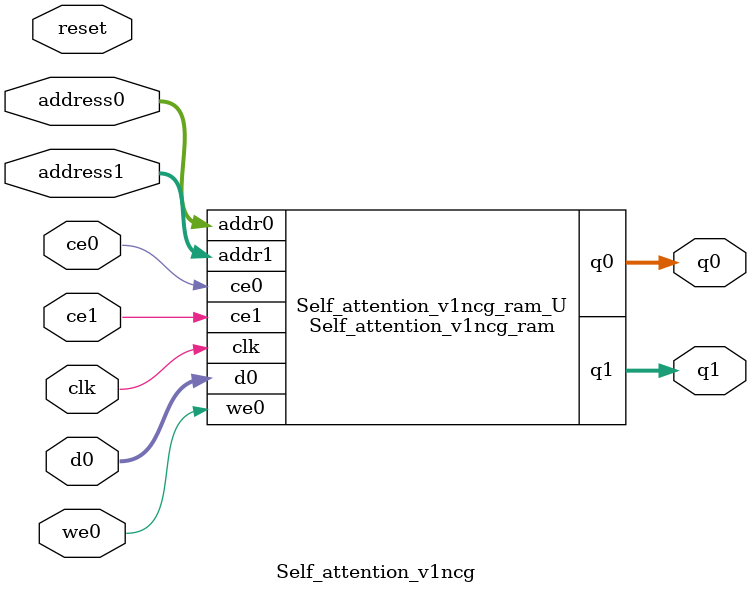
<source format=v>
`timescale 1 ns / 1 ps
module Self_attention_v1ncg_ram (addr0, ce0, d0, we0, q0, addr1, ce1, q1,  clk);

parameter DWIDTH = 24;
parameter AWIDTH = 8;
parameter MEM_SIZE = 144;

input[AWIDTH-1:0] addr0;
input ce0;
input[DWIDTH-1:0] d0;
input we0;
output reg[DWIDTH-1:0] q0;
input[AWIDTH-1:0] addr1;
input ce1;
output reg[DWIDTH-1:0] q1;
input clk;

(* ram_style = "block" *)reg [DWIDTH-1:0] ram[0:MEM_SIZE-1];




always @(posedge clk)  
begin 
    if (ce0) begin
        if (we0) 
            ram[addr0] <= d0; 
        q0 <= ram[addr0];
    end
end


always @(posedge clk)  
begin 
    if (ce1) begin
        q1 <= ram[addr1];
    end
end


endmodule

`timescale 1 ns / 1 ps
module Self_attention_v1ncg(
    reset,
    clk,
    address0,
    ce0,
    we0,
    d0,
    q0,
    address1,
    ce1,
    q1);

parameter DataWidth = 32'd24;
parameter AddressRange = 32'd144;
parameter AddressWidth = 32'd8;
input reset;
input clk;
input[AddressWidth - 1:0] address0;
input ce0;
input we0;
input[DataWidth - 1:0] d0;
output[DataWidth - 1:0] q0;
input[AddressWidth - 1:0] address1;
input ce1;
output[DataWidth - 1:0] q1;



Self_attention_v1ncg_ram Self_attention_v1ncg_ram_U(
    .clk( clk ),
    .addr0( address0 ),
    .ce0( ce0 ),
    .we0( we0 ),
    .d0( d0 ),
    .q0( q0 ),
    .addr1( address1 ),
    .ce1( ce1 ),
    .q1( q1 ));

endmodule


</source>
